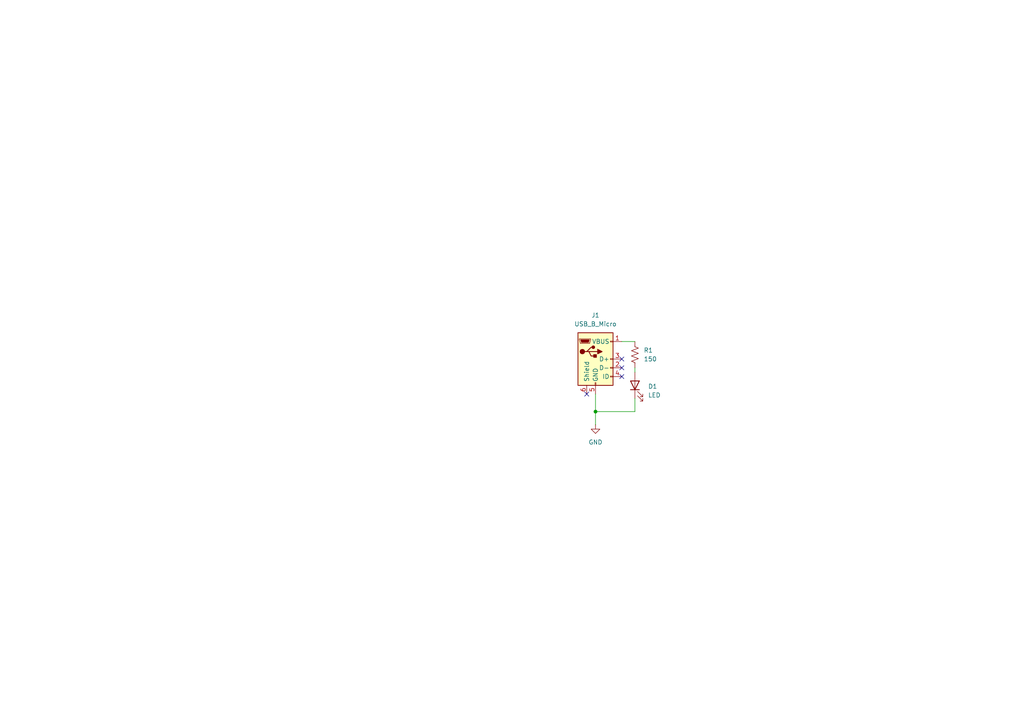
<source format=kicad_sch>
(kicad_sch (version 20250114) (generator "eeschema") (generator_version "9.0")
  (paper "A4")
  (lib_symbols
    (symbol "Connector:USB_B_Micro" (pin_names (offset 1.016))
      (property "Reference" "J" (at -5.08 11.43 0))
      (property "Value" "USB_B_Micro" (at -5.08 8.89 0))
      (symbol "USB_B_Micro_0_1"
        (rectangle (start -5.08 -7.62) (end 5.08 7.62) (stroke (width 0.254)) (fill (type background)))
        (polyline (pts (xy -4.699 5.842) (xy -4.699 5.588) (xy -4.445 4.826) (xy -4.445 4.572) (xy -1.651 4.572) (xy -1.651 4.826) (xy -1.397 5.588) (xy -1.397 5.842) (xy -4.699 5.842)))
        (polyline (pts (xy -4.318 5.588) (xy -1.778 5.588) (xy -2.032 4.826) (xy -4.064 4.826) (xy -4.318 5.588)) (fill (type outline)))
        (circle (center -3.81 2.159) (radius 0.635) (stroke (width 0.254)) (fill (type outline)))
        (polyline (pts (xy -3.175 2.159) (xy -2.54 2.159) (xy -1.27 3.429) (xy -0.635 3.429)) (stroke (width 0.254)))
        (polyline (pts (xy -2.54 2.159) (xy -1.905 2.159) (xy -1.27 0.889) (xy 0 0.889)) (stroke (width 0.254)))
        (polyline (pts (xy -1.905 2.159) (xy 0.635 2.159)) (stroke (width 0.254)))
        (circle (center -0.635 3.429) (radius 0.381) (stroke (width 0.254)) (fill (type outline)))
        (rectangle (start -0.127 -7.62) (end 0.127 -6.858))
        (rectangle (start 0.254 1.27) (end -0.508 0.508) (stroke (width 0.254)) (fill (type outline)))
        (polyline (pts (xy 0.635 2.794) (xy 0.635 1.524) (xy 1.905 2.159) (xy 0.635 2.794)) (stroke (width 0.254)) (fill (type outline)))
        (rectangle (start 5.08 4.953) (end 4.318 5.207))
        (rectangle (start 5.08 -0.127) (end 4.318 0.127))
        (rectangle (start 5.08 -2.667) (end 4.318 -2.413))
        (rectangle (start 5.08 -5.207) (end 4.318 -4.953))
      )
      (symbol "USB_B_Micro_1_1"
        (pin passive line (at -2.54 -10.16 90) (length 2.54) (name "Shield") (number "6"))
        (pin power_out line (at 0 -10.16 90) (length 2.54) (name "GND") (number "5"))
        (pin power_out line (at 7.62 5.08 180) (length 2.54) (name "VBUS") (number "1"))
        (pin bidirectional line (at 7.62 0 180) (length 2.54) (name "D+") (number "3"))
        (pin bidirectional line (at 7.62 -2.54 180) (length 2.54) (name "D-") (number "2"))
        (pin passive line (at 7.62 -5.08 180) (length 2.54) (name "ID") (number "4"))
      )
    )
    (symbol "Device:LED" (pin_numbers (hide yes)) (pin_names (offset 1.016) (hide yes))
      (property "Reference" "D" (at 0 2.54 0))
      (property "Value" "LED" (at 0 -2.54 0))
      (symbol "LED_0_1"
        (polyline (pts (xy -3.048 -0.762) (xy -4.572 -2.286) (xy -3.81 -2.286) (xy -4.572 -2.286) (xy -4.572 -1.524)))
        (polyline (pts (xy -1.778 -0.762) (xy -3.302 -2.286) (xy -2.54 -2.286) (xy -3.302 -2.286) (xy -3.302 -1.524)))
        (polyline (pts (xy -1.27 0) (xy 1.27 0)))
        (polyline (pts (xy -1.27 -1.27) (xy -1.27 1.27)) (stroke (width 0.254)))
        (polyline (pts (xy 1.27 -1.27) (xy 1.27 1.27) (xy -1.27 0) (xy 1.27 -1.27)) (stroke (width 0.254)))
      )
      (symbol "LED_1_1"
        (pin passive line (at -3.81 0 0) (length 2.54) (name "K") (number "1"))
        (pin passive line (at 3.81 0 180) (length 2.54) (name "A") (number "2"))
      )
    )
    (symbol "Device:R_US" (pin_numbers (hide yes)) (pin_names (offset 0))
      (property "Reference" "R" (at 2.54 0 90))
      (property "Value" "R_US" (at -2.54 0 90))
      (symbol "R_US_0_1"
        (polyline (pts (xy 0 2.286) (xy 0 2.54)))
        (polyline (pts (xy 0 2.286) (xy 1.016 1.905) (xy 0 1.524) (xy -1.016 1.143) (xy 0 0.762)))
        (polyline (pts (xy 0 0.762) (xy 1.016 0.381) (xy 0 0) (xy -1.016 -0.381) (xy 0 -0.762)))
        (polyline (pts (xy 0 -0.762) (xy 1.016 -1.143) (xy 0 -1.524) (xy -1.016 -1.905) (xy 0 -2.286)))
        (polyline (pts (xy 0 -2.286) (xy 0 -2.54)))
      )
      (symbol "R_US_1_1"
        (pin passive line (at 0 3.81 270) (length 1.27) (name "~") (number "1"))
        (pin passive line (at 0 -3.81 90) (length 1.27) (name "~") (number "2"))
      )
    )
    (symbol "power:GND" (power) (pin_numbers (hide yes)) (pin_names (offset 0) (hide yes))
      (property "Value" "GND" (at 0 -3.81 0))
      (symbol "GND_0_1"
        (polyline (pts (xy 0 0) (xy 0 -1.27) (xy 1.27 -1.27) (xy 0 -2.54) (xy -1.27 -1.27) (xy 0 -1.27)))
      )
      (symbol "GND_1_1"
        (pin power_in line (at 0 0 270) (length 0) (name "~") (number "1"))
      )
    )
  )
  (junction (at 172.72 119.38))
  (no_connect (at 180.34 104.14))
  (no_connect (at 180.34 109.22))
  (no_connect (at 170.18 114.3))
  (no_connect (at 180.34 106.68))
  (wire (pts (xy 184.15 115.57) (xy 184.15 119.38)))
  (wire (pts (xy 180.34 99.06) (xy 184.15 99.06)))
  (wire (pts (xy 184.15 119.38) (xy 172.72 119.38)))
  (wire (pts (xy 184.15 106.68) (xy 184.15 107.95)))
  (wire (pts (xy 172.72 119.38) (xy 172.72 123.19)))
  (wire (pts (xy 172.72 114.3) (xy 172.72 119.38)))
  (symbol (lib_id "Device:LED") (at 184.15 111.76 90) (unit 1)
    (property "Reference" "D1" (at 187.96 112.0774 90) (effects (justify right)))
    (property "Value" "LED" (at 187.96 114.6174 90) (effects (justify right)))
    (property "Footprint" "LED_SMD:LED_0402_1005Metric_Pad0.77x0.64mm_HandSolder" (effects (hide yes)))
    (property "Description" "Light emitting diode" (effects (hide yes)))
    (property "Sim.Pins" "1=K 2=A" (effects (hide yes)))
  )
  (symbol (lib_id "Connector:USB_B_Micro") (at 172.72 104.14 0) (unit 1)
    (property "Reference" "J1" (at 172.72 91.44 0))
    (property "Value" "USB_B_Micro" (at 172.72 93.98 0))
    (property "Footprint" "Connector_USB:USB_Micro-B_Amphenol_10103594-0001LF_Horizontal" (effects (hide yes)))
    (property "Description" "USB Micro Type B connector" (effects (hide yes)))
  )
  (symbol (lib_id "power:GND") (at 172.72 123.19 0) (unit 1)
    (property "Reference" "#PWR01" (effects (hide yes)))
    (property "Value" "GND" (at 172.72 128.27 0))
    (property "Description" "Power symbol creates a global label with name \"GND\" , ground" (effects (hide yes)))
  )
  (symbol (lib_id "Device:R_US") (at 184.15 102.87 0) (unit 1)
    (property "Reference" "R1" (at 186.69 101.5999 0) (effects (justify left)))
    (property "Value" "150" (at 186.69 104.1399 0) (effects (justify left)))
    (property "Footprint" "Resistor_SMD:R_0603_1608Metric" (effects (hide yes)))
    (property "Description" "Resistor, US symbol" (effects (hide yes)))
  )
)
</source>
